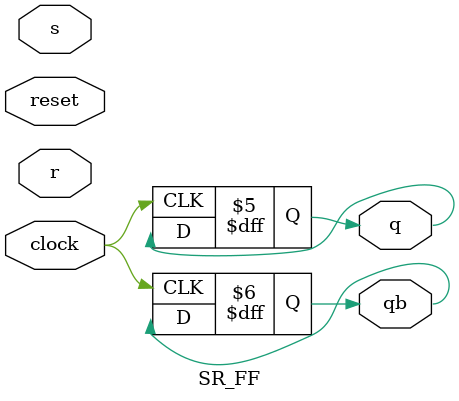
<source format=v>
`timescale 1ns / 1ps
module SR_FF(q, qb,s,r,clock,reset);
    input s,r,clock,reset;
    output reg q, qb;
always @ (posedge (clock))
    begin 
        if (!reset)
            begin
               q <= q;
               qb <=qb;
            end   
else
            begin
                  //Write the logic for SR Flip Fliop using if-else construct
           
           
           
           
           
           
           
           
           
           
           
           
           
           
           
           
            end
end  
endmodule

</source>
